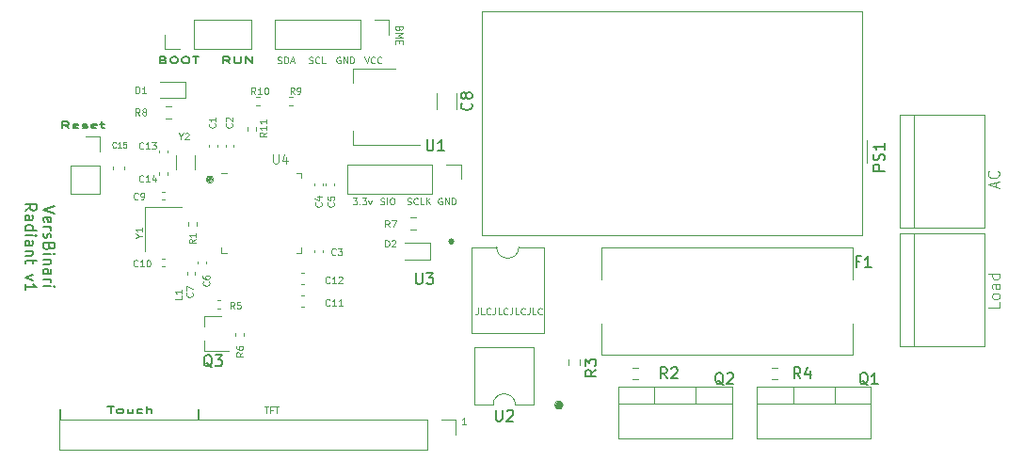
<source format=gbr>
%TF.GenerationSoftware,KiCad,Pcbnew,5.1.9*%
%TF.CreationDate,2021-04-07T12:29:47+02:00*%
%TF.ProjectId,lampa,6c616d70-612e-46b6-9963-61645f706362,rev?*%
%TF.SameCoordinates,Original*%
%TF.FileFunction,Legend,Top*%
%TF.FilePolarity,Positive*%
%FSLAX46Y46*%
G04 Gerber Fmt 4.6, Leading zero omitted, Abs format (unit mm)*
G04 Created by KiCad (PCBNEW 5.1.9) date 2021-04-07 12:29:47*
%MOMM*%
%LPD*%
G01*
G04 APERTURE LIST*
%ADD10C,0.100000*%
%ADD11C,0.150000*%
%ADD12C,0.120000*%
%ADD13C,0.125000*%
G04 APERTURE END LIST*
D10*
X146834571Y-90603428D02*
X146834571Y-91032000D01*
X146806000Y-91117714D01*
X146748857Y-91174857D01*
X146663142Y-91203428D01*
X146606000Y-91203428D01*
X147406000Y-91203428D02*
X147120285Y-91203428D01*
X147120285Y-90603428D01*
X147948857Y-91146285D02*
X147920285Y-91174857D01*
X147834571Y-91203428D01*
X147777428Y-91203428D01*
X147691714Y-91174857D01*
X147634571Y-91117714D01*
X147606000Y-91060571D01*
X147577428Y-90946285D01*
X147577428Y-90860571D01*
X147606000Y-90746285D01*
X147634571Y-90689142D01*
X147691714Y-90632000D01*
X147777428Y-90603428D01*
X147834571Y-90603428D01*
X147920285Y-90632000D01*
X147948857Y-90660571D01*
X148377428Y-90603428D02*
X148377428Y-91032000D01*
X148348857Y-91117714D01*
X148291714Y-91174857D01*
X148206000Y-91203428D01*
X148148857Y-91203428D01*
X148948857Y-91203428D02*
X148663142Y-91203428D01*
X148663142Y-90603428D01*
X149491714Y-91146285D02*
X149463142Y-91174857D01*
X149377428Y-91203428D01*
X149320285Y-91203428D01*
X149234571Y-91174857D01*
X149177428Y-91117714D01*
X149148857Y-91060571D01*
X149120285Y-90946285D01*
X149120285Y-90860571D01*
X149148857Y-90746285D01*
X149177428Y-90689142D01*
X149234571Y-90632000D01*
X149320285Y-90603428D01*
X149377428Y-90603428D01*
X149463142Y-90632000D01*
X149491714Y-90660571D01*
X149920285Y-90603428D02*
X149920285Y-91032000D01*
X149891714Y-91117714D01*
X149834571Y-91174857D01*
X149748857Y-91203428D01*
X149691714Y-91203428D01*
X150491714Y-91203428D02*
X150206000Y-91203428D01*
X150206000Y-90603428D01*
X151034571Y-91146285D02*
X151006000Y-91174857D01*
X150920285Y-91203428D01*
X150863142Y-91203428D01*
X150777428Y-91174857D01*
X150720285Y-91117714D01*
X150691714Y-91060571D01*
X150663142Y-90946285D01*
X150663142Y-90860571D01*
X150691714Y-90746285D01*
X150720285Y-90689142D01*
X150777428Y-90632000D01*
X150863142Y-90603428D01*
X150920285Y-90603428D01*
X151006000Y-90632000D01*
X151034571Y-90660571D01*
X151463142Y-90603428D02*
X151463142Y-91032000D01*
X151434571Y-91117714D01*
X151377428Y-91174857D01*
X151291714Y-91203428D01*
X151234571Y-91203428D01*
X152034571Y-91203428D02*
X151748857Y-91203428D01*
X151748857Y-90603428D01*
X152577428Y-91146285D02*
X152548857Y-91174857D01*
X152463142Y-91203428D01*
X152406000Y-91203428D01*
X152320285Y-91174857D01*
X152263142Y-91117714D01*
X152234571Y-91060571D01*
X152206000Y-90946285D01*
X152206000Y-90860571D01*
X152234571Y-90746285D01*
X152263142Y-90689142D01*
X152320285Y-90632000D01*
X152406000Y-90603428D01*
X152463142Y-90603428D01*
X152548857Y-90632000D01*
X152577428Y-90660571D01*
X139742857Y-65468571D02*
X139714285Y-65554285D01*
X139685714Y-65582857D01*
X139628571Y-65611428D01*
X139542857Y-65611428D01*
X139485714Y-65582857D01*
X139457142Y-65554285D01*
X139428571Y-65497142D01*
X139428571Y-65268571D01*
X140028571Y-65268571D01*
X140028571Y-65468571D01*
X140000000Y-65525714D01*
X139971428Y-65554285D01*
X139914285Y-65582857D01*
X139857142Y-65582857D01*
X139800000Y-65554285D01*
X139771428Y-65525714D01*
X139742857Y-65468571D01*
X139742857Y-65268571D01*
X139428571Y-65868571D02*
X140028571Y-65868571D01*
X139600000Y-66068571D01*
X140028571Y-66268571D01*
X139428571Y-66268571D01*
X139742857Y-66554285D02*
X139742857Y-66754285D01*
X139428571Y-66840000D02*
X139428571Y-66554285D01*
X140028571Y-66554285D01*
X140028571Y-66840000D01*
X136614000Y-67997428D02*
X136814000Y-68597428D01*
X137014000Y-67997428D01*
X137556857Y-68540285D02*
X137528285Y-68568857D01*
X137442571Y-68597428D01*
X137385428Y-68597428D01*
X137299714Y-68568857D01*
X137242571Y-68511714D01*
X137214000Y-68454571D01*
X137185428Y-68340285D01*
X137185428Y-68254571D01*
X137214000Y-68140285D01*
X137242571Y-68083142D01*
X137299714Y-68026000D01*
X137385428Y-67997428D01*
X137442571Y-67997428D01*
X137528285Y-68026000D01*
X137556857Y-68054571D01*
X138156857Y-68540285D02*
X138128285Y-68568857D01*
X138042571Y-68597428D01*
X137985428Y-68597428D01*
X137899714Y-68568857D01*
X137842571Y-68511714D01*
X137814000Y-68454571D01*
X137785428Y-68340285D01*
X137785428Y-68254571D01*
X137814000Y-68140285D01*
X137842571Y-68083142D01*
X137899714Y-68026000D01*
X137985428Y-67997428D01*
X138042571Y-67997428D01*
X138128285Y-68026000D01*
X138156857Y-68054571D01*
X134416857Y-68026000D02*
X134359714Y-67997428D01*
X134274000Y-67997428D01*
X134188285Y-68026000D01*
X134131142Y-68083142D01*
X134102571Y-68140285D01*
X134074000Y-68254571D01*
X134074000Y-68340285D01*
X134102571Y-68454571D01*
X134131142Y-68511714D01*
X134188285Y-68568857D01*
X134274000Y-68597428D01*
X134331142Y-68597428D01*
X134416857Y-68568857D01*
X134445428Y-68540285D01*
X134445428Y-68340285D01*
X134331142Y-68340285D01*
X134702571Y-68597428D02*
X134702571Y-67997428D01*
X135045428Y-68597428D01*
X135045428Y-67997428D01*
X135331142Y-68597428D02*
X135331142Y-67997428D01*
X135474000Y-67997428D01*
X135559714Y-68026000D01*
X135616857Y-68083142D01*
X135645428Y-68140285D01*
X135674000Y-68254571D01*
X135674000Y-68340285D01*
X135645428Y-68454571D01*
X135616857Y-68511714D01*
X135559714Y-68568857D01*
X135474000Y-68597428D01*
X135331142Y-68597428D01*
X131619714Y-68568857D02*
X131705428Y-68597428D01*
X131848285Y-68597428D01*
X131905428Y-68568857D01*
X131934000Y-68540285D01*
X131962571Y-68483142D01*
X131962571Y-68426000D01*
X131934000Y-68368857D01*
X131905428Y-68340285D01*
X131848285Y-68311714D01*
X131734000Y-68283142D01*
X131676857Y-68254571D01*
X131648285Y-68226000D01*
X131619714Y-68168857D01*
X131619714Y-68111714D01*
X131648285Y-68054571D01*
X131676857Y-68026000D01*
X131734000Y-67997428D01*
X131876857Y-67997428D01*
X131962571Y-68026000D01*
X132562571Y-68540285D02*
X132534000Y-68568857D01*
X132448285Y-68597428D01*
X132391142Y-68597428D01*
X132305428Y-68568857D01*
X132248285Y-68511714D01*
X132219714Y-68454571D01*
X132191142Y-68340285D01*
X132191142Y-68254571D01*
X132219714Y-68140285D01*
X132248285Y-68083142D01*
X132305428Y-68026000D01*
X132391142Y-67997428D01*
X132448285Y-67997428D01*
X132534000Y-68026000D01*
X132562571Y-68054571D01*
X133105428Y-68597428D02*
X132819714Y-68597428D01*
X132819714Y-67997428D01*
X128811428Y-68568857D02*
X128897142Y-68597428D01*
X129040000Y-68597428D01*
X129097142Y-68568857D01*
X129125714Y-68540285D01*
X129154285Y-68483142D01*
X129154285Y-68426000D01*
X129125714Y-68368857D01*
X129097142Y-68340285D01*
X129040000Y-68311714D01*
X128925714Y-68283142D01*
X128868571Y-68254571D01*
X128840000Y-68226000D01*
X128811428Y-68168857D01*
X128811428Y-68111714D01*
X128840000Y-68054571D01*
X128868571Y-68026000D01*
X128925714Y-67997428D01*
X129068571Y-67997428D01*
X129154285Y-68026000D01*
X129411428Y-68597428D02*
X129411428Y-67997428D01*
X129554285Y-67997428D01*
X129640000Y-68026000D01*
X129697142Y-68083142D01*
X129725714Y-68140285D01*
X129754285Y-68254571D01*
X129754285Y-68340285D01*
X129725714Y-68454571D01*
X129697142Y-68511714D01*
X129640000Y-68568857D01*
X129554285Y-68597428D01*
X129411428Y-68597428D01*
X129982857Y-68426000D02*
X130268571Y-68426000D01*
X129925714Y-68597428D02*
X130125714Y-67997428D01*
X130325714Y-68597428D01*
D11*
X110013904Y-74439428D02*
X109680571Y-74153714D01*
X109442476Y-74439428D02*
X109442476Y-73839428D01*
X109823428Y-73839428D01*
X109918666Y-73868000D01*
X109966285Y-73896571D01*
X110013904Y-73953714D01*
X110013904Y-74039428D01*
X109966285Y-74096571D01*
X109918666Y-74125142D01*
X109823428Y-74153714D01*
X109442476Y-74153714D01*
X110823428Y-74410857D02*
X110728190Y-74439428D01*
X110537714Y-74439428D01*
X110442476Y-74410857D01*
X110394857Y-74353714D01*
X110394857Y-74125142D01*
X110442476Y-74068000D01*
X110537714Y-74039428D01*
X110728190Y-74039428D01*
X110823428Y-74068000D01*
X110871047Y-74125142D01*
X110871047Y-74182285D01*
X110394857Y-74239428D01*
X111252000Y-74410857D02*
X111347238Y-74439428D01*
X111537714Y-74439428D01*
X111632952Y-74410857D01*
X111680571Y-74353714D01*
X111680571Y-74325142D01*
X111632952Y-74268000D01*
X111537714Y-74239428D01*
X111394857Y-74239428D01*
X111299619Y-74210857D01*
X111252000Y-74153714D01*
X111252000Y-74125142D01*
X111299619Y-74068000D01*
X111394857Y-74039428D01*
X111537714Y-74039428D01*
X111632952Y-74068000D01*
X112490095Y-74410857D02*
X112394857Y-74439428D01*
X112204380Y-74439428D01*
X112109142Y-74410857D01*
X112061523Y-74353714D01*
X112061523Y-74125142D01*
X112109142Y-74068000D01*
X112204380Y-74039428D01*
X112394857Y-74039428D01*
X112490095Y-74068000D01*
X112537714Y-74125142D01*
X112537714Y-74182285D01*
X112061523Y-74239428D01*
X112823428Y-74039428D02*
X113204380Y-74039428D01*
X112966285Y-73839428D02*
X112966285Y-74353714D01*
X113013904Y-74410857D01*
X113109142Y-74439428D01*
X113204380Y-74439428D01*
X118530857Y-68283142D02*
X118673714Y-68311714D01*
X118721333Y-68340285D01*
X118768952Y-68397428D01*
X118768952Y-68483142D01*
X118721333Y-68540285D01*
X118673714Y-68568857D01*
X118578476Y-68597428D01*
X118197523Y-68597428D01*
X118197523Y-67997428D01*
X118530857Y-67997428D01*
X118626095Y-68026000D01*
X118673714Y-68054571D01*
X118721333Y-68111714D01*
X118721333Y-68168857D01*
X118673714Y-68226000D01*
X118626095Y-68254571D01*
X118530857Y-68283142D01*
X118197523Y-68283142D01*
X119388000Y-67997428D02*
X119578476Y-67997428D01*
X119673714Y-68026000D01*
X119768952Y-68083142D01*
X119816571Y-68197428D01*
X119816571Y-68397428D01*
X119768952Y-68511714D01*
X119673714Y-68568857D01*
X119578476Y-68597428D01*
X119388000Y-68597428D01*
X119292761Y-68568857D01*
X119197523Y-68511714D01*
X119149904Y-68397428D01*
X119149904Y-68197428D01*
X119197523Y-68083142D01*
X119292761Y-68026000D01*
X119388000Y-67997428D01*
X120435619Y-67997428D02*
X120626095Y-67997428D01*
X120721333Y-68026000D01*
X120816571Y-68083142D01*
X120864190Y-68197428D01*
X120864190Y-68397428D01*
X120816571Y-68511714D01*
X120721333Y-68568857D01*
X120626095Y-68597428D01*
X120435619Y-68597428D01*
X120340380Y-68568857D01*
X120245142Y-68511714D01*
X120197523Y-68397428D01*
X120197523Y-68197428D01*
X120245142Y-68083142D01*
X120340380Y-68026000D01*
X120435619Y-67997428D01*
X121149904Y-67997428D02*
X121721333Y-67997428D01*
X121435619Y-68597428D02*
X121435619Y-67997428D01*
X124483904Y-68597428D02*
X124150571Y-68311714D01*
X123912476Y-68597428D02*
X123912476Y-67997428D01*
X124293428Y-67997428D01*
X124388666Y-68026000D01*
X124436285Y-68054571D01*
X124483904Y-68111714D01*
X124483904Y-68197428D01*
X124436285Y-68254571D01*
X124388666Y-68283142D01*
X124293428Y-68311714D01*
X123912476Y-68311714D01*
X124912476Y-67997428D02*
X124912476Y-68483142D01*
X124960095Y-68540285D01*
X125007714Y-68568857D01*
X125102952Y-68597428D01*
X125293428Y-68597428D01*
X125388666Y-68568857D01*
X125436285Y-68540285D01*
X125483904Y-68483142D01*
X125483904Y-67997428D01*
X125960095Y-68597428D02*
X125960095Y-67997428D01*
X126531523Y-68597428D01*
X126531523Y-67997428D01*
X113498571Y-99493428D02*
X114070000Y-99493428D01*
X113784285Y-100093428D02*
X113784285Y-99493428D01*
X114546190Y-100093428D02*
X114450952Y-100064857D01*
X114403333Y-100036285D01*
X114355714Y-99979142D01*
X114355714Y-99807714D01*
X114403333Y-99750571D01*
X114450952Y-99722000D01*
X114546190Y-99693428D01*
X114689047Y-99693428D01*
X114784285Y-99722000D01*
X114831904Y-99750571D01*
X114879523Y-99807714D01*
X114879523Y-99979142D01*
X114831904Y-100036285D01*
X114784285Y-100064857D01*
X114689047Y-100093428D01*
X114546190Y-100093428D01*
X115736666Y-99693428D02*
X115736666Y-100093428D01*
X115308095Y-99693428D02*
X115308095Y-100007714D01*
X115355714Y-100064857D01*
X115450952Y-100093428D01*
X115593809Y-100093428D01*
X115689047Y-100064857D01*
X115736666Y-100036285D01*
X116641428Y-100064857D02*
X116546190Y-100093428D01*
X116355714Y-100093428D01*
X116260476Y-100064857D01*
X116212857Y-100036285D01*
X116165238Y-99979142D01*
X116165238Y-99807714D01*
X116212857Y-99750571D01*
X116260476Y-99722000D01*
X116355714Y-99693428D01*
X116546190Y-99693428D01*
X116641428Y-99722000D01*
X117070000Y-100093428D02*
X117070000Y-99493428D01*
X117498571Y-100093428D02*
X117498571Y-99779142D01*
X117450952Y-99722000D01*
X117355714Y-99693428D01*
X117212857Y-99693428D01*
X117117619Y-99722000D01*
X117070000Y-99750571D01*
X121666000Y-100564428D02*
X121666000Y-99707285D01*
X109220000Y-100564428D02*
X109220000Y-99707285D01*
D10*
X145713428Y-101109428D02*
X145370571Y-101109428D01*
X145542000Y-101109428D02*
X145542000Y-100509428D01*
X145484857Y-100595142D01*
X145427714Y-100652285D01*
X145370571Y-100680857D01*
X127612857Y-99493428D02*
X127955714Y-99493428D01*
X127784285Y-100093428D02*
X127784285Y-99493428D01*
X128355714Y-99779142D02*
X128155714Y-99779142D01*
X128155714Y-100093428D02*
X128155714Y-99493428D01*
X128441428Y-99493428D01*
X128584285Y-99493428D02*
X128927142Y-99493428D01*
X128755714Y-100093428D02*
X128755714Y-99493428D01*
X143560857Y-80726000D02*
X143503714Y-80697428D01*
X143418000Y-80697428D01*
X143332285Y-80726000D01*
X143275142Y-80783142D01*
X143246571Y-80840285D01*
X143218000Y-80954571D01*
X143218000Y-81040285D01*
X143246571Y-81154571D01*
X143275142Y-81211714D01*
X143332285Y-81268857D01*
X143418000Y-81297428D01*
X143475142Y-81297428D01*
X143560857Y-81268857D01*
X143589428Y-81240285D01*
X143589428Y-81040285D01*
X143475142Y-81040285D01*
X143846571Y-81297428D02*
X143846571Y-80697428D01*
X144189428Y-81297428D01*
X144189428Y-80697428D01*
X144475142Y-81297428D02*
X144475142Y-80697428D01*
X144618000Y-80697428D01*
X144703714Y-80726000D01*
X144760857Y-80783142D01*
X144789428Y-80840285D01*
X144818000Y-80954571D01*
X144818000Y-81040285D01*
X144789428Y-81154571D01*
X144760857Y-81211714D01*
X144703714Y-81268857D01*
X144618000Y-81297428D01*
X144475142Y-81297428D01*
X140463714Y-81268857D02*
X140549428Y-81297428D01*
X140692285Y-81297428D01*
X140749428Y-81268857D01*
X140778000Y-81240285D01*
X140806571Y-81183142D01*
X140806571Y-81126000D01*
X140778000Y-81068857D01*
X140749428Y-81040285D01*
X140692285Y-81011714D01*
X140578000Y-80983142D01*
X140520857Y-80954571D01*
X140492285Y-80926000D01*
X140463714Y-80868857D01*
X140463714Y-80811714D01*
X140492285Y-80754571D01*
X140520857Y-80726000D01*
X140578000Y-80697428D01*
X140720857Y-80697428D01*
X140806571Y-80726000D01*
X141406571Y-81240285D02*
X141378000Y-81268857D01*
X141292285Y-81297428D01*
X141235142Y-81297428D01*
X141149428Y-81268857D01*
X141092285Y-81211714D01*
X141063714Y-81154571D01*
X141035142Y-81040285D01*
X141035142Y-80954571D01*
X141063714Y-80840285D01*
X141092285Y-80783142D01*
X141149428Y-80726000D01*
X141235142Y-80697428D01*
X141292285Y-80697428D01*
X141378000Y-80726000D01*
X141406571Y-80754571D01*
X141949428Y-81297428D02*
X141663714Y-81297428D01*
X141663714Y-80697428D01*
X142149428Y-81297428D02*
X142149428Y-80697428D01*
X142492285Y-81297428D02*
X142235142Y-80954571D01*
X142492285Y-80697428D02*
X142149428Y-81040285D01*
X138055428Y-81268857D02*
X138141142Y-81297428D01*
X138284000Y-81297428D01*
X138341142Y-81268857D01*
X138369714Y-81240285D01*
X138398285Y-81183142D01*
X138398285Y-81126000D01*
X138369714Y-81068857D01*
X138341142Y-81040285D01*
X138284000Y-81011714D01*
X138169714Y-80983142D01*
X138112571Y-80954571D01*
X138084000Y-80926000D01*
X138055428Y-80868857D01*
X138055428Y-80811714D01*
X138084000Y-80754571D01*
X138112571Y-80726000D01*
X138169714Y-80697428D01*
X138312571Y-80697428D01*
X138398285Y-80726000D01*
X138655428Y-81297428D02*
X138655428Y-80697428D01*
X139055428Y-80697428D02*
X139169714Y-80697428D01*
X139226857Y-80726000D01*
X139284000Y-80783142D01*
X139312571Y-80897428D01*
X139312571Y-81097428D01*
X139284000Y-81211714D01*
X139226857Y-81268857D01*
X139169714Y-81297428D01*
X139055428Y-81297428D01*
X138998285Y-81268857D01*
X138941142Y-81211714D01*
X138912571Y-81097428D01*
X138912571Y-80897428D01*
X138941142Y-80783142D01*
X138998285Y-80726000D01*
X139055428Y-80697428D01*
X135540857Y-80697428D02*
X135912285Y-80697428D01*
X135712285Y-80926000D01*
X135798000Y-80926000D01*
X135855142Y-80954571D01*
X135883714Y-80983142D01*
X135912285Y-81040285D01*
X135912285Y-81183142D01*
X135883714Y-81240285D01*
X135855142Y-81268857D01*
X135798000Y-81297428D01*
X135626571Y-81297428D01*
X135569428Y-81268857D01*
X135540857Y-81240285D01*
X136169428Y-81240285D02*
X136198000Y-81268857D01*
X136169428Y-81297428D01*
X136140857Y-81268857D01*
X136169428Y-81240285D01*
X136169428Y-81297428D01*
X136398000Y-80697428D02*
X136769428Y-80697428D01*
X136569428Y-80926000D01*
X136655142Y-80926000D01*
X136712285Y-80954571D01*
X136740857Y-80983142D01*
X136769428Y-81040285D01*
X136769428Y-81183142D01*
X136740857Y-81240285D01*
X136712285Y-81268857D01*
X136655142Y-81297428D01*
X136483714Y-81297428D01*
X136426571Y-81268857D01*
X136398000Y-81240285D01*
X136969428Y-80897428D02*
X137112285Y-81297428D01*
X137255142Y-80897428D01*
D12*
X144658927Y-84625000D02*
G75*
G03*
X144658927Y-84625000I-233927J0D01*
G01*
X144534772Y-84625000D02*
G75*
G03*
X144534772Y-84625000I-109772J0D01*
G01*
X144570774Y-84625000D02*
G75*
G03*
X144570774Y-84625000I-145774J0D01*
G01*
D10*
X193416666Y-79763095D02*
X193416666Y-79286904D01*
X193702380Y-79858333D02*
X192702380Y-79525000D01*
X193702380Y-79191666D01*
X193607142Y-78286904D02*
X193654761Y-78334523D01*
X193702380Y-78477380D01*
X193702380Y-78572619D01*
X193654761Y-78715476D01*
X193559523Y-78810714D01*
X193464285Y-78858333D01*
X193273809Y-78905952D01*
X193130952Y-78905952D01*
X192940476Y-78858333D01*
X192845238Y-78810714D01*
X192750000Y-78715476D01*
X192702380Y-78572619D01*
X192702380Y-78477380D01*
X192750000Y-78334523D01*
X192797619Y-78286904D01*
X193752380Y-90097619D02*
X193752380Y-90573809D01*
X192752380Y-90573809D01*
X193752380Y-89621428D02*
X193704761Y-89716666D01*
X193657142Y-89764285D01*
X193561904Y-89811904D01*
X193276190Y-89811904D01*
X193180952Y-89764285D01*
X193133333Y-89716666D01*
X193085714Y-89621428D01*
X193085714Y-89478571D01*
X193133333Y-89383333D01*
X193180952Y-89335714D01*
X193276190Y-89288095D01*
X193561904Y-89288095D01*
X193657142Y-89335714D01*
X193704761Y-89383333D01*
X193752380Y-89478571D01*
X193752380Y-89621428D01*
X193752380Y-88430952D02*
X193228571Y-88430952D01*
X193133333Y-88478571D01*
X193085714Y-88573809D01*
X193085714Y-88764285D01*
X193133333Y-88859523D01*
X193704761Y-88430952D02*
X193752380Y-88526190D01*
X193752380Y-88764285D01*
X193704761Y-88859523D01*
X193609523Y-88907142D01*
X193514285Y-88907142D01*
X193419047Y-88859523D01*
X193371428Y-88764285D01*
X193371428Y-88526190D01*
X193323809Y-88430952D01*
X193752380Y-87526190D02*
X192752380Y-87526190D01*
X193704761Y-87526190D02*
X193752380Y-87621428D01*
X193752380Y-87811904D01*
X193704761Y-87907142D01*
X193657142Y-87954761D01*
X193561904Y-88002380D01*
X193276190Y-88002380D01*
X193180952Y-87954761D01*
X193133333Y-87907142D01*
X193085714Y-87811904D01*
X193085714Y-87621428D01*
X193133333Y-87526190D01*
D12*
X154225000Y-99400000D02*
G75*
G03*
X154225000Y-99400000I-100000J0D01*
G01*
X154155902Y-99475000D02*
G75*
G03*
X154155902Y-99475000I-55902J0D01*
G01*
X154353014Y-99325000D02*
G75*
G03*
X154353014Y-99325000I-253014J0D01*
G01*
X154336008Y-99400000D02*
G75*
G03*
X154336008Y-99400000I-261008J0D01*
G01*
X154301777Y-99400000D02*
G75*
G03*
X154301777Y-99400000I-176777J0D01*
G01*
X154451134Y-99375000D02*
G75*
G03*
X154451134Y-99375000I-276134J0D01*
G01*
X154323607Y-99400000D02*
G75*
G03*
X154323607Y-99400000I-223607J0D01*
G01*
X154475832Y-99350000D02*
G75*
G03*
X154475832Y-99350000I-375832J0D01*
G01*
X123025960Y-79050000D02*
G75*
G03*
X123025960Y-79050000I-325960J0D01*
G01*
X122925000Y-79050000D02*
G75*
G03*
X122925000Y-79050000I-225000J0D01*
G01*
X122827069Y-79050000D02*
G75*
G03*
X122827069Y-79050000I-152069J0D01*
G01*
X122750000Y-79050000D02*
G75*
G03*
X122750000Y-79050000I-75000J0D01*
G01*
X144638600Y-84625000D02*
G75*
G03*
X144638600Y-84625000I-213600J0D01*
G01*
D11*
X108747619Y-81458333D02*
X107747619Y-81791666D01*
X108747619Y-82125000D01*
X107795238Y-82839285D02*
X107747619Y-82744047D01*
X107747619Y-82553571D01*
X107795238Y-82458333D01*
X107890476Y-82410714D01*
X108271428Y-82410714D01*
X108366666Y-82458333D01*
X108414285Y-82553571D01*
X108414285Y-82744047D01*
X108366666Y-82839285D01*
X108271428Y-82886904D01*
X108176190Y-82886904D01*
X108080952Y-82410714D01*
X107747619Y-83315476D02*
X108414285Y-83315476D01*
X108223809Y-83315476D02*
X108319047Y-83363095D01*
X108366666Y-83410714D01*
X108414285Y-83505952D01*
X108414285Y-83601190D01*
X107795238Y-83886904D02*
X107747619Y-83982142D01*
X107747619Y-84172619D01*
X107795238Y-84267857D01*
X107890476Y-84315476D01*
X107938095Y-84315476D01*
X108033333Y-84267857D01*
X108080952Y-84172619D01*
X108080952Y-84029761D01*
X108128571Y-83934523D01*
X108223809Y-83886904D01*
X108271428Y-83886904D01*
X108366666Y-83934523D01*
X108414285Y-84029761D01*
X108414285Y-84172619D01*
X108366666Y-84267857D01*
X108271428Y-85077380D02*
X108223809Y-85220238D01*
X108176190Y-85267857D01*
X108080952Y-85315476D01*
X107938095Y-85315476D01*
X107842857Y-85267857D01*
X107795238Y-85220238D01*
X107747619Y-85125000D01*
X107747619Y-84744047D01*
X108747619Y-84744047D01*
X108747619Y-85077380D01*
X108700000Y-85172619D01*
X108652380Y-85220238D01*
X108557142Y-85267857D01*
X108461904Y-85267857D01*
X108366666Y-85220238D01*
X108319047Y-85172619D01*
X108271428Y-85077380D01*
X108271428Y-84744047D01*
X107747619Y-85744047D02*
X108414285Y-85744047D01*
X108747619Y-85744047D02*
X108700000Y-85696428D01*
X108652380Y-85744047D01*
X108700000Y-85791666D01*
X108747619Y-85744047D01*
X108652380Y-85744047D01*
X108414285Y-86220238D02*
X107747619Y-86220238D01*
X108319047Y-86220238D02*
X108366666Y-86267857D01*
X108414285Y-86363095D01*
X108414285Y-86505952D01*
X108366666Y-86601190D01*
X108271428Y-86648809D01*
X107747619Y-86648809D01*
X107747619Y-87553571D02*
X108271428Y-87553571D01*
X108366666Y-87505952D01*
X108414285Y-87410714D01*
X108414285Y-87220238D01*
X108366666Y-87125000D01*
X107795238Y-87553571D02*
X107747619Y-87458333D01*
X107747619Y-87220238D01*
X107795238Y-87125000D01*
X107890476Y-87077380D01*
X107985714Y-87077380D01*
X108080952Y-87125000D01*
X108128571Y-87220238D01*
X108128571Y-87458333D01*
X108176190Y-87553571D01*
X107747619Y-88029761D02*
X108414285Y-88029761D01*
X108223809Y-88029761D02*
X108319047Y-88077380D01*
X108366666Y-88125000D01*
X108414285Y-88220238D01*
X108414285Y-88315476D01*
X107747619Y-88648809D02*
X108414285Y-88648809D01*
X108747619Y-88648809D02*
X108700000Y-88601190D01*
X108652380Y-88648809D01*
X108700000Y-88696428D01*
X108747619Y-88648809D01*
X108652380Y-88648809D01*
X106097619Y-81863095D02*
X106573809Y-81529761D01*
X106097619Y-81291666D02*
X107097619Y-81291666D01*
X107097619Y-81672619D01*
X107050000Y-81767857D01*
X107002380Y-81815476D01*
X106907142Y-81863095D01*
X106764285Y-81863095D01*
X106669047Y-81815476D01*
X106621428Y-81767857D01*
X106573809Y-81672619D01*
X106573809Y-81291666D01*
X106097619Y-82720238D02*
X106621428Y-82720238D01*
X106716666Y-82672619D01*
X106764285Y-82577380D01*
X106764285Y-82386904D01*
X106716666Y-82291666D01*
X106145238Y-82720238D02*
X106097619Y-82625000D01*
X106097619Y-82386904D01*
X106145238Y-82291666D01*
X106240476Y-82244047D01*
X106335714Y-82244047D01*
X106430952Y-82291666D01*
X106478571Y-82386904D01*
X106478571Y-82625000D01*
X106526190Y-82720238D01*
X106097619Y-83625000D02*
X107097619Y-83625000D01*
X106145238Y-83625000D02*
X106097619Y-83529761D01*
X106097619Y-83339285D01*
X106145238Y-83244047D01*
X106192857Y-83196428D01*
X106288095Y-83148809D01*
X106573809Y-83148809D01*
X106669047Y-83196428D01*
X106716666Y-83244047D01*
X106764285Y-83339285D01*
X106764285Y-83529761D01*
X106716666Y-83625000D01*
X106097619Y-84101190D02*
X106764285Y-84101190D01*
X107097619Y-84101190D02*
X107050000Y-84053571D01*
X107002380Y-84101190D01*
X107050000Y-84148809D01*
X107097619Y-84101190D01*
X107002380Y-84101190D01*
X106097619Y-85005952D02*
X106621428Y-85005952D01*
X106716666Y-84958333D01*
X106764285Y-84863095D01*
X106764285Y-84672619D01*
X106716666Y-84577380D01*
X106145238Y-85005952D02*
X106097619Y-84910714D01*
X106097619Y-84672619D01*
X106145238Y-84577380D01*
X106240476Y-84529761D01*
X106335714Y-84529761D01*
X106430952Y-84577380D01*
X106478571Y-84672619D01*
X106478571Y-84910714D01*
X106526190Y-85005952D01*
X106764285Y-85482142D02*
X106097619Y-85482142D01*
X106669047Y-85482142D02*
X106716666Y-85529761D01*
X106764285Y-85625000D01*
X106764285Y-85767857D01*
X106716666Y-85863095D01*
X106621428Y-85910714D01*
X106097619Y-85910714D01*
X106764285Y-86244047D02*
X106764285Y-86625000D01*
X107097619Y-86386904D02*
X106240476Y-86386904D01*
X106145238Y-86434523D01*
X106097619Y-86529761D01*
X106097619Y-86625000D01*
X106764285Y-87625000D02*
X106097619Y-87863095D01*
X106764285Y-88101190D01*
X106097619Y-89005952D02*
X106097619Y-88434523D01*
X106097619Y-88720238D02*
X107097619Y-88720238D01*
X106954761Y-88625000D01*
X106859523Y-88529761D01*
X106811904Y-88434523D01*
D12*
%TO.C,R5*%
X123653641Y-90680000D02*
X123346359Y-90680000D01*
X123653641Y-89920000D02*
X123346359Y-89920000D01*
%TO.C,Q3*%
X122240000Y-91320000D02*
X122240000Y-92250000D01*
X122240000Y-94480000D02*
X122240000Y-93550000D01*
X122240000Y-94480000D02*
X124400000Y-94480000D01*
X122240000Y-91320000D02*
X123700000Y-91320000D01*
%TO.C,R6*%
X125780000Y-92846359D02*
X125780000Y-93153641D01*
X125020000Y-92846359D02*
X125020000Y-93153641D01*
%TO.C,R10*%
X126846359Y-72380000D02*
X127153641Y-72380000D01*
X126846359Y-71620000D02*
X127153641Y-71620000D01*
%TO.C,R9*%
X130153641Y-71620000D02*
X129846359Y-71620000D01*
X130153641Y-72380000D02*
X129846359Y-72380000D01*
%TO.C,PS1*%
X181400000Y-84100000D02*
X181400000Y-63900000D01*
X181400000Y-63900000D02*
X147200000Y-63900000D01*
X147200000Y-63900000D02*
X147200000Y-84100000D01*
X147200000Y-84100000D02*
X181400000Y-84100000D01*
X181790000Y-77500000D02*
X181790000Y-75490000D01*
%TO.C,J5*%
X128550000Y-64670000D02*
X128550000Y-67330000D01*
X136230000Y-64670000D02*
X128550000Y-64670000D01*
X136230000Y-67330000D02*
X128550000Y-67330000D01*
X136230000Y-64670000D02*
X136230000Y-67330000D01*
X137500000Y-64670000D02*
X138830000Y-64670000D01*
X138830000Y-64670000D02*
X138830000Y-66000000D01*
%TO.C,C1*%
X122640000Y-76107836D02*
X122640000Y-75892164D01*
X123360000Y-76107836D02*
X123360000Y-75892164D01*
%TO.C,U3*%
X148500000Y-85130000D02*
X146265000Y-85130000D01*
X146265000Y-85130000D02*
X146265000Y-92870000D01*
X146265000Y-92870000D02*
X152735000Y-92870000D01*
X152735000Y-92870000D02*
X152735000Y-85130000D01*
X152735000Y-85130000D02*
X150500000Y-85130000D01*
X150500000Y-85130000D02*
G75*
G02*
X148500000Y-85130000I-1000000J0D01*
G01*
%TO.C,Y2*%
X121375000Y-78175000D02*
X121375000Y-76825000D01*
X119625000Y-78175000D02*
X119625000Y-76825000D01*
%TO.C,Y1*%
X120150000Y-81500000D02*
X116850000Y-81500000D01*
X116850000Y-81500000D02*
X116850000Y-85500000D01*
%TO.C,U4*%
X130465000Y-78450000D02*
X130940000Y-78450000D01*
X130940000Y-78450000D02*
X130940000Y-78925000D01*
X124195000Y-85670000D02*
X123720000Y-85670000D01*
X123720000Y-85670000D02*
X123720000Y-85195000D01*
X130465000Y-85670000D02*
X130940000Y-85670000D01*
X130940000Y-85670000D02*
X130940000Y-85195000D01*
X124195000Y-78450000D02*
X123720000Y-78450000D01*
%TO.C,U2*%
X150190000Y-99330000D02*
X151840000Y-99330000D01*
X151840000Y-99330000D02*
X151840000Y-94130000D01*
X151840000Y-94130000D02*
X146540000Y-94130000D01*
X146540000Y-94130000D02*
X146540000Y-99330000D01*
X146540000Y-99330000D02*
X148190000Y-99330000D01*
X148190000Y-99330000D02*
G75*
G02*
X150190000Y-99330000I1000000J0D01*
G01*
%TO.C,U1*%
X135590000Y-69090000D02*
X135590000Y-70350000D01*
X135590000Y-75910000D02*
X135590000Y-74650000D01*
X139350000Y-69090000D02*
X135590000Y-69090000D01*
X141600000Y-75910000D02*
X135590000Y-75910000D01*
%TO.C,SW2*%
X126410000Y-67330000D02*
X126410000Y-64670000D01*
X121270000Y-67330000D02*
X126410000Y-67330000D01*
X121270000Y-64670000D02*
X126410000Y-64670000D01*
X121270000Y-67330000D02*
X121270000Y-64670000D01*
X120000000Y-67330000D02*
X118670000Y-67330000D01*
X118670000Y-67330000D02*
X118670000Y-66000000D01*
%TO.C,SW1*%
X110170000Y-77770000D02*
X112830000Y-77770000D01*
X110170000Y-77770000D02*
X110170000Y-80370000D01*
X110170000Y-80370000D02*
X112830000Y-80370000D01*
X112830000Y-77770000D02*
X112830000Y-80370000D01*
X112830000Y-75170000D02*
X112830000Y-76500000D01*
X111500000Y-75170000D02*
X112830000Y-75170000D01*
%TO.C,R11*%
X126880000Y-74346359D02*
X126880000Y-74653641D01*
X126120000Y-74346359D02*
X126120000Y-74653641D01*
%TO.C,R7*%
X140762742Y-82477500D02*
X141237258Y-82477500D01*
X140762742Y-83522500D02*
X141237258Y-83522500D01*
%TO.C,R8*%
X118762742Y-72477500D02*
X119237258Y-72477500D01*
X118762742Y-73522500D02*
X119237258Y-73522500D01*
%TO.C,R4*%
X173262742Y-95977500D02*
X173737258Y-95977500D01*
X173262742Y-97022500D02*
X173737258Y-97022500D01*
%TO.C,R3*%
X156022500Y-95262742D02*
X156022500Y-95737258D01*
X154977500Y-95262742D02*
X154977500Y-95737258D01*
%TO.C,R2*%
X161237258Y-97022500D02*
X160762742Y-97022500D01*
X161237258Y-95977500D02*
X160762742Y-95977500D01*
%TO.C,R1*%
X121530000Y-82871359D02*
X121530000Y-83178641D01*
X120770000Y-82871359D02*
X120770000Y-83178641D01*
%TO.C,Q2*%
X159420000Y-97730000D02*
X169660000Y-97730000D01*
X159420000Y-102371000D02*
X169660000Y-102371000D01*
X159420000Y-97730000D02*
X159420000Y-102371000D01*
X169660000Y-97730000D02*
X169660000Y-102371000D01*
X159420000Y-99240000D02*
X169660000Y-99240000D01*
X162690000Y-97730000D02*
X162690000Y-99240000D01*
X166391000Y-97730000D02*
X166391000Y-99240000D01*
%TO.C,Q1*%
X171920000Y-97730000D02*
X182160000Y-97730000D01*
X171920000Y-102371000D02*
X182160000Y-102371000D01*
X171920000Y-97730000D02*
X171920000Y-102371000D01*
X182160000Y-97730000D02*
X182160000Y-102371000D01*
X171920000Y-99240000D02*
X182160000Y-99240000D01*
X175190000Y-97730000D02*
X175190000Y-99240000D01*
X178891000Y-97730000D02*
X178891000Y-99240000D01*
%TO.C,J4*%
X135050000Y-77670000D02*
X135050000Y-80330000D01*
X142730000Y-77670000D02*
X135050000Y-77670000D01*
X142730000Y-80330000D02*
X135050000Y-80330000D01*
X142730000Y-77670000D02*
X142730000Y-80330000D01*
X144000000Y-77670000D02*
X145330000Y-77670000D01*
X145330000Y-77670000D02*
X145330000Y-79000000D01*
%TO.C,J3*%
X109150000Y-100670000D02*
X109150000Y-103330000D01*
X142230000Y-100670000D02*
X109150000Y-100670000D01*
X142230000Y-103330000D02*
X109150000Y-103330000D01*
X142230000Y-100670000D02*
X142230000Y-103330000D01*
X143500000Y-100670000D02*
X144830000Y-100670000D01*
X144830000Y-100670000D02*
X144830000Y-102000000D01*
%TO.C,J2*%
X186080000Y-94020000D02*
X186080000Y-83860000D01*
X184810000Y-94020000D02*
X192430000Y-94020000D01*
X192430000Y-94020000D02*
X192430000Y-83860000D01*
X192430000Y-83860000D02*
X184810000Y-83860000D01*
X184810000Y-83860000D02*
X184810000Y-94020000D01*
%TO.C,J1*%
X186080000Y-83352000D02*
X186080000Y-73192000D01*
X184810000Y-83352000D02*
X192430000Y-83352000D01*
X192430000Y-83352000D02*
X192430000Y-73192000D01*
X192430000Y-73192000D02*
X184810000Y-73192000D01*
X184810000Y-73192000D02*
X184810000Y-83352000D01*
%TO.C,F1*%
X157900000Y-85200000D02*
X157900000Y-88000000D01*
X157900000Y-92000000D02*
X157900000Y-94800000D01*
X180500000Y-92000000D02*
X180500000Y-94800000D01*
X180500000Y-94800000D02*
X157900000Y-94800000D01*
X180500000Y-85200000D02*
X157900000Y-85200000D01*
X180500000Y-85200000D02*
X180500000Y-88000000D01*
%TO.C,D2*%
X140200000Y-86235000D02*
X142485000Y-86235000D01*
X142485000Y-86235000D02*
X142485000Y-84765000D01*
X142485000Y-84765000D02*
X140200000Y-84765000D01*
%TO.C,D1*%
X118200000Y-71735000D02*
X120485000Y-71735000D01*
X120485000Y-71735000D02*
X120485000Y-70265000D01*
X120485000Y-70265000D02*
X118200000Y-70265000D01*
%TO.C,C15*%
X113990000Y-78140580D02*
X113990000Y-77859420D01*
X115010000Y-78140580D02*
X115010000Y-77859420D01*
%TO.C,C14*%
X118140000Y-78607836D02*
X118140000Y-78392164D01*
X118860000Y-78607836D02*
X118860000Y-78392164D01*
%TO.C,C13*%
X118860000Y-76412164D02*
X118860000Y-76627836D01*
X118140000Y-76412164D02*
X118140000Y-76627836D01*
%TO.C,C12*%
X130891420Y-87454000D02*
X131172580Y-87454000D01*
X130891420Y-88474000D02*
X131172580Y-88474000D01*
%TO.C,C11*%
X130891420Y-89486000D02*
X131172580Y-89486000D01*
X130891420Y-90506000D02*
X131172580Y-90506000D01*
%TO.C,C10*%
X118607836Y-86860000D02*
X118392164Y-86860000D01*
X118607836Y-86140000D02*
X118392164Y-86140000D01*
%TO.C,C9*%
X118607836Y-80860000D02*
X118392164Y-80860000D01*
X118607836Y-80140000D02*
X118392164Y-80140000D01*
%TO.C,C8*%
X144910000Y-71288748D02*
X144910000Y-72711252D01*
X143090000Y-71288748D02*
X143090000Y-72711252D01*
%TO.C,C7*%
X121360000Y-87392164D02*
X121360000Y-87607836D01*
X120640000Y-87392164D02*
X120640000Y-87607836D01*
%TO.C,C6*%
X122360000Y-86392164D02*
X122360000Y-86607836D01*
X121640000Y-86392164D02*
X121640000Y-86607836D01*
%TO.C,C5*%
X133860000Y-79392164D02*
X133860000Y-79607836D01*
X133140000Y-79392164D02*
X133140000Y-79607836D01*
%TO.C,C4*%
X132860000Y-79392164D02*
X132860000Y-79607836D01*
X132140000Y-79392164D02*
X132140000Y-79607836D01*
%TO.C,C3*%
X132860000Y-85392164D02*
X132860000Y-85607836D01*
X132140000Y-85392164D02*
X132140000Y-85607836D01*
%TO.C,C2*%
X124140000Y-76107836D02*
X124140000Y-75892164D01*
X124860000Y-76107836D02*
X124860000Y-75892164D01*
%TO.C,R5*%
D10*
X124900000Y-90671428D02*
X124700000Y-90385714D01*
X124557142Y-90671428D02*
X124557142Y-90071428D01*
X124785714Y-90071428D01*
X124842857Y-90100000D01*
X124871428Y-90128571D01*
X124900000Y-90185714D01*
X124900000Y-90271428D01*
X124871428Y-90328571D01*
X124842857Y-90357142D01*
X124785714Y-90385714D01*
X124557142Y-90385714D01*
X125442857Y-90071428D02*
X125157142Y-90071428D01*
X125128571Y-90357142D01*
X125157142Y-90328571D01*
X125214285Y-90300000D01*
X125357142Y-90300000D01*
X125414285Y-90328571D01*
X125442857Y-90357142D01*
X125471428Y-90414285D01*
X125471428Y-90557142D01*
X125442857Y-90614285D01*
X125414285Y-90642857D01*
X125357142Y-90671428D01*
X125214285Y-90671428D01*
X125157142Y-90642857D01*
X125128571Y-90614285D01*
%TO.C,Q3*%
D11*
X122904761Y-95947619D02*
X122809523Y-95900000D01*
X122714285Y-95804761D01*
X122571428Y-95661904D01*
X122476190Y-95614285D01*
X122380952Y-95614285D01*
X122428571Y-95852380D02*
X122333333Y-95804761D01*
X122238095Y-95709523D01*
X122190476Y-95519047D01*
X122190476Y-95185714D01*
X122238095Y-94995238D01*
X122333333Y-94900000D01*
X122428571Y-94852380D01*
X122619047Y-94852380D01*
X122714285Y-94900000D01*
X122809523Y-94995238D01*
X122857142Y-95185714D01*
X122857142Y-95519047D01*
X122809523Y-95709523D01*
X122714285Y-95804761D01*
X122619047Y-95852380D01*
X122428571Y-95852380D01*
X123190476Y-94852380D02*
X123809523Y-94852380D01*
X123476190Y-95233333D01*
X123619047Y-95233333D01*
X123714285Y-95280952D01*
X123761904Y-95328571D01*
X123809523Y-95423809D01*
X123809523Y-95661904D01*
X123761904Y-95757142D01*
X123714285Y-95804761D01*
X123619047Y-95852380D01*
X123333333Y-95852380D01*
X123238095Y-95804761D01*
X123190476Y-95757142D01*
%TO.C,R6*%
D10*
X125671428Y-94600000D02*
X125385714Y-94800000D01*
X125671428Y-94942857D02*
X125071428Y-94942857D01*
X125071428Y-94714285D01*
X125100000Y-94657142D01*
X125128571Y-94628571D01*
X125185714Y-94600000D01*
X125271428Y-94600000D01*
X125328571Y-94628571D01*
X125357142Y-94657142D01*
X125385714Y-94714285D01*
X125385714Y-94942857D01*
X125071428Y-94085714D02*
X125071428Y-94200000D01*
X125100000Y-94257142D01*
X125128571Y-94285714D01*
X125214285Y-94342857D01*
X125328571Y-94371428D01*
X125557142Y-94371428D01*
X125614285Y-94342857D01*
X125642857Y-94314285D01*
X125671428Y-94257142D01*
X125671428Y-94142857D01*
X125642857Y-94085714D01*
X125614285Y-94057142D01*
X125557142Y-94028571D01*
X125414285Y-94028571D01*
X125357142Y-94057142D01*
X125328571Y-94085714D01*
X125300000Y-94142857D01*
X125300000Y-94257142D01*
X125328571Y-94314285D01*
X125357142Y-94342857D01*
X125414285Y-94371428D01*
%TO.C,R10*%
X126814285Y-71371428D02*
X126614285Y-71085714D01*
X126471428Y-71371428D02*
X126471428Y-70771428D01*
X126700000Y-70771428D01*
X126757142Y-70800000D01*
X126785714Y-70828571D01*
X126814285Y-70885714D01*
X126814285Y-70971428D01*
X126785714Y-71028571D01*
X126757142Y-71057142D01*
X126700000Y-71085714D01*
X126471428Y-71085714D01*
X127385714Y-71371428D02*
X127042857Y-71371428D01*
X127214285Y-71371428D02*
X127214285Y-70771428D01*
X127157142Y-70857142D01*
X127100000Y-70914285D01*
X127042857Y-70942857D01*
X127757142Y-70771428D02*
X127814285Y-70771428D01*
X127871428Y-70800000D01*
X127900000Y-70828571D01*
X127928571Y-70885714D01*
X127957142Y-71000000D01*
X127957142Y-71142857D01*
X127928571Y-71257142D01*
X127900000Y-71314285D01*
X127871428Y-71342857D01*
X127814285Y-71371428D01*
X127757142Y-71371428D01*
X127700000Y-71342857D01*
X127671428Y-71314285D01*
X127642857Y-71257142D01*
X127614285Y-71142857D01*
X127614285Y-71000000D01*
X127642857Y-70885714D01*
X127671428Y-70828571D01*
X127700000Y-70800000D01*
X127757142Y-70771428D01*
%TO.C,R9*%
X130300000Y-71371428D02*
X130100000Y-71085714D01*
X129957142Y-71371428D02*
X129957142Y-70771428D01*
X130185714Y-70771428D01*
X130242857Y-70800000D01*
X130271428Y-70828571D01*
X130300000Y-70885714D01*
X130300000Y-70971428D01*
X130271428Y-71028571D01*
X130242857Y-71057142D01*
X130185714Y-71085714D01*
X129957142Y-71085714D01*
X130585714Y-71371428D02*
X130700000Y-71371428D01*
X130757142Y-71342857D01*
X130785714Y-71314285D01*
X130842857Y-71228571D01*
X130871428Y-71114285D01*
X130871428Y-70885714D01*
X130842857Y-70828571D01*
X130814285Y-70800000D01*
X130757142Y-70771428D01*
X130642857Y-70771428D01*
X130585714Y-70800000D01*
X130557142Y-70828571D01*
X130528571Y-70885714D01*
X130528571Y-71028571D01*
X130557142Y-71085714D01*
X130585714Y-71114285D01*
X130642857Y-71142857D01*
X130757142Y-71142857D01*
X130814285Y-71114285D01*
X130842857Y-71085714D01*
X130871428Y-71028571D01*
%TO.C,PS1*%
D11*
X183392380Y-78264285D02*
X182392380Y-78264285D01*
X182392380Y-77883333D01*
X182440000Y-77788095D01*
X182487619Y-77740476D01*
X182582857Y-77692857D01*
X182725714Y-77692857D01*
X182820952Y-77740476D01*
X182868571Y-77788095D01*
X182916190Y-77883333D01*
X182916190Y-78264285D01*
X183344761Y-77311904D02*
X183392380Y-77169047D01*
X183392380Y-76930952D01*
X183344761Y-76835714D01*
X183297142Y-76788095D01*
X183201904Y-76740476D01*
X183106666Y-76740476D01*
X183011428Y-76788095D01*
X182963809Y-76835714D01*
X182916190Y-76930952D01*
X182868571Y-77121428D01*
X182820952Y-77216666D01*
X182773333Y-77264285D01*
X182678095Y-77311904D01*
X182582857Y-77311904D01*
X182487619Y-77264285D01*
X182440000Y-77216666D01*
X182392380Y-77121428D01*
X182392380Y-76883333D01*
X182440000Y-76740476D01*
X183392380Y-75788095D02*
X183392380Y-76359523D01*
X183392380Y-76073809D02*
X182392380Y-76073809D01*
X182535238Y-76169047D01*
X182630476Y-76264285D01*
X182678095Y-76359523D01*
%TO.C,C1*%
D10*
X123164285Y-74014000D02*
X123192857Y-74042571D01*
X123221428Y-74128285D01*
X123221428Y-74185428D01*
X123192857Y-74271142D01*
X123135714Y-74328285D01*
X123078571Y-74356857D01*
X122964285Y-74385428D01*
X122878571Y-74385428D01*
X122764285Y-74356857D01*
X122707142Y-74328285D01*
X122650000Y-74271142D01*
X122621428Y-74185428D01*
X122621428Y-74128285D01*
X122650000Y-74042571D01*
X122678571Y-74014000D01*
X123221428Y-73442571D02*
X123221428Y-73785428D01*
X123221428Y-73614000D02*
X122621428Y-73614000D01*
X122707142Y-73671142D01*
X122764285Y-73728285D01*
X122792857Y-73785428D01*
%TO.C,U3*%
D11*
X141238095Y-87452380D02*
X141238095Y-88261904D01*
X141285714Y-88357142D01*
X141333333Y-88404761D01*
X141428571Y-88452380D01*
X141619047Y-88452380D01*
X141714285Y-88404761D01*
X141761904Y-88357142D01*
X141809523Y-88261904D01*
X141809523Y-87452380D01*
X142190476Y-87452380D02*
X142809523Y-87452380D01*
X142476190Y-87833333D01*
X142619047Y-87833333D01*
X142714285Y-87880952D01*
X142761904Y-87928571D01*
X142809523Y-88023809D01*
X142809523Y-88261904D01*
X142761904Y-88357142D01*
X142714285Y-88404761D01*
X142619047Y-88452380D01*
X142333333Y-88452380D01*
X142238095Y-88404761D01*
X142190476Y-88357142D01*
%TO.C,Y2*%
D10*
X120110285Y-75169714D02*
X120110285Y-75455428D01*
X119910285Y-74855428D02*
X120110285Y-75169714D01*
X120310285Y-74855428D01*
X120481714Y-74912571D02*
X120510285Y-74884000D01*
X120567428Y-74855428D01*
X120710285Y-74855428D01*
X120767428Y-74884000D01*
X120796000Y-74912571D01*
X120824571Y-74969714D01*
X120824571Y-75026857D01*
X120796000Y-75112571D01*
X120453142Y-75455428D01*
X120824571Y-75455428D01*
%TO.C,Y1*%
X116317714Y-84105714D02*
X116603428Y-84105714D01*
X116003428Y-84305714D02*
X116317714Y-84105714D01*
X116003428Y-83905714D01*
X116603428Y-83391428D02*
X116603428Y-83734285D01*
X116603428Y-83562857D02*
X116003428Y-83562857D01*
X116089142Y-83620000D01*
X116146285Y-83677142D01*
X116174857Y-83734285D01*
%TO.C,U4*%
X128422476Y-76801904D02*
X128422476Y-77449523D01*
X128460571Y-77525714D01*
X128498666Y-77563809D01*
X128574857Y-77601904D01*
X128727238Y-77601904D01*
X128803428Y-77563809D01*
X128841523Y-77525714D01*
X128879619Y-77449523D01*
X128879619Y-76801904D01*
X129603428Y-77068571D02*
X129603428Y-77601904D01*
X129412952Y-76763809D02*
X129222476Y-77335238D01*
X129717714Y-77335238D01*
%TO.C,U2*%
D11*
X148428095Y-99782380D02*
X148428095Y-100591904D01*
X148475714Y-100687142D01*
X148523333Y-100734761D01*
X148618571Y-100782380D01*
X148809047Y-100782380D01*
X148904285Y-100734761D01*
X148951904Y-100687142D01*
X148999523Y-100591904D01*
X148999523Y-99782380D01*
X149428095Y-99877619D02*
X149475714Y-99830000D01*
X149570952Y-99782380D01*
X149809047Y-99782380D01*
X149904285Y-99830000D01*
X149951904Y-99877619D01*
X149999523Y-99972857D01*
X149999523Y-100068095D01*
X149951904Y-100210952D01*
X149380476Y-100782380D01*
X149999523Y-100782380D01*
%TO.C,U1*%
X142238095Y-75452380D02*
X142238095Y-76261904D01*
X142285714Y-76357142D01*
X142333333Y-76404761D01*
X142428571Y-76452380D01*
X142619047Y-76452380D01*
X142714285Y-76404761D01*
X142761904Y-76357142D01*
X142809523Y-76261904D01*
X142809523Y-75452380D01*
X143809523Y-76452380D02*
X143238095Y-76452380D01*
X143523809Y-76452380D02*
X143523809Y-75452380D01*
X143428571Y-75595238D01*
X143333333Y-75690476D01*
X143238095Y-75738095D01*
%TO.C,R11*%
D10*
X127779428Y-74807714D02*
X127493714Y-75007714D01*
X127779428Y-75150571D02*
X127179428Y-75150571D01*
X127179428Y-74922000D01*
X127208000Y-74864857D01*
X127236571Y-74836285D01*
X127293714Y-74807714D01*
X127379428Y-74807714D01*
X127436571Y-74836285D01*
X127465142Y-74864857D01*
X127493714Y-74922000D01*
X127493714Y-75150571D01*
X127779428Y-74236285D02*
X127779428Y-74579142D01*
X127779428Y-74407714D02*
X127179428Y-74407714D01*
X127265142Y-74464857D01*
X127322285Y-74522000D01*
X127350857Y-74579142D01*
X127779428Y-73664857D02*
X127779428Y-74007714D01*
X127779428Y-73836285D02*
X127179428Y-73836285D01*
X127265142Y-73893428D01*
X127322285Y-73950571D01*
X127350857Y-74007714D01*
%TO.C,R7*%
X138838000Y-83329428D02*
X138638000Y-83043714D01*
X138495142Y-83329428D02*
X138495142Y-82729428D01*
X138723714Y-82729428D01*
X138780857Y-82758000D01*
X138809428Y-82786571D01*
X138838000Y-82843714D01*
X138838000Y-82929428D01*
X138809428Y-82986571D01*
X138780857Y-83015142D01*
X138723714Y-83043714D01*
X138495142Y-83043714D01*
X139038000Y-82729428D02*
X139438000Y-82729428D01*
X139180857Y-83329428D01*
%TO.C,R8*%
X116400000Y-73271428D02*
X116200000Y-72985714D01*
X116057142Y-73271428D02*
X116057142Y-72671428D01*
X116285714Y-72671428D01*
X116342857Y-72700000D01*
X116371428Y-72728571D01*
X116400000Y-72785714D01*
X116400000Y-72871428D01*
X116371428Y-72928571D01*
X116342857Y-72957142D01*
X116285714Y-72985714D01*
X116057142Y-72985714D01*
X116742857Y-72928571D02*
X116685714Y-72900000D01*
X116657142Y-72871428D01*
X116628571Y-72814285D01*
X116628571Y-72785714D01*
X116657142Y-72728571D01*
X116685714Y-72700000D01*
X116742857Y-72671428D01*
X116857142Y-72671428D01*
X116914285Y-72700000D01*
X116942857Y-72728571D01*
X116971428Y-72785714D01*
X116971428Y-72814285D01*
X116942857Y-72871428D01*
X116914285Y-72900000D01*
X116857142Y-72928571D01*
X116742857Y-72928571D01*
X116685714Y-72957142D01*
X116657142Y-72985714D01*
X116628571Y-73042857D01*
X116628571Y-73157142D01*
X116657142Y-73214285D01*
X116685714Y-73242857D01*
X116742857Y-73271428D01*
X116857142Y-73271428D01*
X116914285Y-73242857D01*
X116942857Y-73214285D01*
X116971428Y-73157142D01*
X116971428Y-73042857D01*
X116942857Y-72985714D01*
X116914285Y-72957142D01*
X116857142Y-72928571D01*
%TO.C,R4*%
D11*
X175833333Y-96952380D02*
X175500000Y-96476190D01*
X175261904Y-96952380D02*
X175261904Y-95952380D01*
X175642857Y-95952380D01*
X175738095Y-96000000D01*
X175785714Y-96047619D01*
X175833333Y-96142857D01*
X175833333Y-96285714D01*
X175785714Y-96380952D01*
X175738095Y-96428571D01*
X175642857Y-96476190D01*
X175261904Y-96476190D01*
X176690476Y-96285714D02*
X176690476Y-96952380D01*
X176452380Y-95904761D02*
X176214285Y-96619047D01*
X176833333Y-96619047D01*
%TO.C,R3*%
X157452380Y-96166666D02*
X156976190Y-96500000D01*
X157452380Y-96738095D02*
X156452380Y-96738095D01*
X156452380Y-96357142D01*
X156500000Y-96261904D01*
X156547619Y-96214285D01*
X156642857Y-96166666D01*
X156785714Y-96166666D01*
X156880952Y-96214285D01*
X156928571Y-96261904D01*
X156976190Y-96357142D01*
X156976190Y-96738095D01*
X156452380Y-95833333D02*
X156452380Y-95214285D01*
X156833333Y-95547619D01*
X156833333Y-95404761D01*
X156880952Y-95309523D01*
X156928571Y-95261904D01*
X157023809Y-95214285D01*
X157261904Y-95214285D01*
X157357142Y-95261904D01*
X157404761Y-95309523D01*
X157452380Y-95404761D01*
X157452380Y-95690476D01*
X157404761Y-95785714D01*
X157357142Y-95833333D01*
%TO.C,R2*%
X163833333Y-96952380D02*
X163500000Y-96476190D01*
X163261904Y-96952380D02*
X163261904Y-95952380D01*
X163642857Y-95952380D01*
X163738095Y-96000000D01*
X163785714Y-96047619D01*
X163833333Y-96142857D01*
X163833333Y-96285714D01*
X163785714Y-96380952D01*
X163738095Y-96428571D01*
X163642857Y-96476190D01*
X163261904Y-96476190D01*
X164214285Y-96047619D02*
X164261904Y-96000000D01*
X164357142Y-95952380D01*
X164595238Y-95952380D01*
X164690476Y-96000000D01*
X164738095Y-96047619D01*
X164785714Y-96142857D01*
X164785714Y-96238095D01*
X164738095Y-96380952D01*
X164166666Y-96952380D01*
X164785714Y-96952380D01*
%TO.C,R1*%
D10*
X121421428Y-84428000D02*
X121135714Y-84628000D01*
X121421428Y-84770857D02*
X120821428Y-84770857D01*
X120821428Y-84542285D01*
X120850000Y-84485142D01*
X120878571Y-84456571D01*
X120935714Y-84428000D01*
X121021428Y-84428000D01*
X121078571Y-84456571D01*
X121107142Y-84485142D01*
X121135714Y-84542285D01*
X121135714Y-84770857D01*
X121421428Y-83856571D02*
X121421428Y-84199428D01*
X121421428Y-84028000D02*
X120821428Y-84028000D01*
X120907142Y-84085142D01*
X120964285Y-84142285D01*
X120992857Y-84199428D01*
%TO.C,Q2*%
D11*
X168904761Y-97547619D02*
X168809523Y-97500000D01*
X168714285Y-97404761D01*
X168571428Y-97261904D01*
X168476190Y-97214285D01*
X168380952Y-97214285D01*
X168428571Y-97452380D02*
X168333333Y-97404761D01*
X168238095Y-97309523D01*
X168190476Y-97119047D01*
X168190476Y-96785714D01*
X168238095Y-96595238D01*
X168333333Y-96500000D01*
X168428571Y-96452380D01*
X168619047Y-96452380D01*
X168714285Y-96500000D01*
X168809523Y-96595238D01*
X168857142Y-96785714D01*
X168857142Y-97119047D01*
X168809523Y-97309523D01*
X168714285Y-97404761D01*
X168619047Y-97452380D01*
X168428571Y-97452380D01*
X169238095Y-96547619D02*
X169285714Y-96500000D01*
X169380952Y-96452380D01*
X169619047Y-96452380D01*
X169714285Y-96500000D01*
X169761904Y-96547619D01*
X169809523Y-96642857D01*
X169809523Y-96738095D01*
X169761904Y-96880952D01*
X169190476Y-97452380D01*
X169809523Y-97452380D01*
%TO.C,Q1*%
X181904761Y-97547619D02*
X181809523Y-97500000D01*
X181714285Y-97404761D01*
X181571428Y-97261904D01*
X181476190Y-97214285D01*
X181380952Y-97214285D01*
X181428571Y-97452380D02*
X181333333Y-97404761D01*
X181238095Y-97309523D01*
X181190476Y-97119047D01*
X181190476Y-96785714D01*
X181238095Y-96595238D01*
X181333333Y-96500000D01*
X181428571Y-96452380D01*
X181619047Y-96452380D01*
X181714285Y-96500000D01*
X181809523Y-96595238D01*
X181857142Y-96785714D01*
X181857142Y-97119047D01*
X181809523Y-97309523D01*
X181714285Y-97404761D01*
X181619047Y-97452380D01*
X181428571Y-97452380D01*
X182809523Y-97452380D02*
X182238095Y-97452380D01*
X182523809Y-97452380D02*
X182523809Y-96452380D01*
X182428571Y-96595238D01*
X182333333Y-96690476D01*
X182238095Y-96738095D01*
%TO.C,L1*%
D10*
X120159428Y-89508000D02*
X120159428Y-89793714D01*
X119559428Y-89793714D01*
X120159428Y-88993714D02*
X120159428Y-89336571D01*
X120159428Y-89165142D02*
X119559428Y-89165142D01*
X119645142Y-89222285D01*
X119702285Y-89279428D01*
X119730857Y-89336571D01*
%TO.C,F1*%
D11*
X181166666Y-86428571D02*
X180833333Y-86428571D01*
X180833333Y-86952380D02*
X180833333Y-85952380D01*
X181309523Y-85952380D01*
X182214285Y-86952380D02*
X181642857Y-86952380D01*
X181928571Y-86952380D02*
X181928571Y-85952380D01*
X181833333Y-86095238D01*
X181738095Y-86190476D01*
X181642857Y-86238095D01*
%TO.C,D2*%
D10*
X138495142Y-85107428D02*
X138495142Y-84507428D01*
X138638000Y-84507428D01*
X138723714Y-84536000D01*
X138780857Y-84593142D01*
X138809428Y-84650285D01*
X138838000Y-84764571D01*
X138838000Y-84850285D01*
X138809428Y-84964571D01*
X138780857Y-85021714D01*
X138723714Y-85078857D01*
X138638000Y-85107428D01*
X138495142Y-85107428D01*
X139066571Y-84564571D02*
X139095142Y-84536000D01*
X139152285Y-84507428D01*
X139295142Y-84507428D01*
X139352285Y-84536000D01*
X139380857Y-84564571D01*
X139409428Y-84621714D01*
X139409428Y-84678857D01*
X139380857Y-84764571D01*
X139038000Y-85107428D01*
X139409428Y-85107428D01*
%TO.C,D1*%
X116057142Y-71271428D02*
X116057142Y-70671428D01*
X116200000Y-70671428D01*
X116285714Y-70700000D01*
X116342857Y-70757142D01*
X116371428Y-70814285D01*
X116400000Y-70928571D01*
X116400000Y-71014285D01*
X116371428Y-71128571D01*
X116342857Y-71185714D01*
X116285714Y-71242857D01*
X116200000Y-71271428D01*
X116057142Y-71271428D01*
X116971428Y-71271428D02*
X116628571Y-71271428D01*
X116800000Y-71271428D02*
X116800000Y-70671428D01*
X116742857Y-70757142D01*
X116685714Y-70814285D01*
X116628571Y-70842857D01*
%TO.C,C15*%
D13*
X114232571Y-76124571D02*
X114208761Y-76148380D01*
X114137333Y-76172190D01*
X114089714Y-76172190D01*
X114018285Y-76148380D01*
X113970666Y-76100761D01*
X113946857Y-76053142D01*
X113923047Y-75957904D01*
X113923047Y-75886476D01*
X113946857Y-75791238D01*
X113970666Y-75743619D01*
X114018285Y-75696000D01*
X114089714Y-75672190D01*
X114137333Y-75672190D01*
X114208761Y-75696000D01*
X114232571Y-75719809D01*
X114708761Y-76172190D02*
X114423047Y-76172190D01*
X114565904Y-76172190D02*
X114565904Y-75672190D01*
X114518285Y-75743619D01*
X114470666Y-75791238D01*
X114423047Y-75815047D01*
X115161142Y-75672190D02*
X114923047Y-75672190D01*
X114899238Y-75910285D01*
X114923047Y-75886476D01*
X114970666Y-75862666D01*
X115089714Y-75862666D01*
X115137333Y-75886476D01*
X115161142Y-75910285D01*
X115184952Y-75957904D01*
X115184952Y-76076952D01*
X115161142Y-76124571D01*
X115137333Y-76148380D01*
X115089714Y-76172190D01*
X114970666Y-76172190D01*
X114923047Y-76148380D01*
X114899238Y-76124571D01*
%TO.C,C14*%
D10*
X116708285Y-79208285D02*
X116679714Y-79236857D01*
X116594000Y-79265428D01*
X116536857Y-79265428D01*
X116451142Y-79236857D01*
X116394000Y-79179714D01*
X116365428Y-79122571D01*
X116336857Y-79008285D01*
X116336857Y-78922571D01*
X116365428Y-78808285D01*
X116394000Y-78751142D01*
X116451142Y-78694000D01*
X116536857Y-78665428D01*
X116594000Y-78665428D01*
X116679714Y-78694000D01*
X116708285Y-78722571D01*
X117279714Y-79265428D02*
X116936857Y-79265428D01*
X117108285Y-79265428D02*
X117108285Y-78665428D01*
X117051142Y-78751142D01*
X116994000Y-78808285D01*
X116936857Y-78836857D01*
X117794000Y-78865428D02*
X117794000Y-79265428D01*
X117651142Y-78636857D02*
X117508285Y-79065428D01*
X117879714Y-79065428D01*
%TO.C,C13*%
X116708285Y-76239285D02*
X116679714Y-76267857D01*
X116594000Y-76296428D01*
X116536857Y-76296428D01*
X116451142Y-76267857D01*
X116394000Y-76210714D01*
X116365428Y-76153571D01*
X116336857Y-76039285D01*
X116336857Y-75953571D01*
X116365428Y-75839285D01*
X116394000Y-75782142D01*
X116451142Y-75725000D01*
X116536857Y-75696428D01*
X116594000Y-75696428D01*
X116679714Y-75725000D01*
X116708285Y-75753571D01*
X117279714Y-76296428D02*
X116936857Y-76296428D01*
X117108285Y-76296428D02*
X117108285Y-75696428D01*
X117051142Y-75782142D01*
X116994000Y-75839285D01*
X116936857Y-75867857D01*
X117479714Y-75696428D02*
X117851142Y-75696428D01*
X117651142Y-75925000D01*
X117736857Y-75925000D01*
X117794000Y-75953571D01*
X117822571Y-75982142D01*
X117851142Y-76039285D01*
X117851142Y-76182142D01*
X117822571Y-76239285D01*
X117794000Y-76267857D01*
X117736857Y-76296428D01*
X117565428Y-76296428D01*
X117508285Y-76267857D01*
X117479714Y-76239285D01*
%TO.C,C12*%
X133472285Y-88314285D02*
X133443714Y-88342857D01*
X133358000Y-88371428D01*
X133300857Y-88371428D01*
X133215142Y-88342857D01*
X133158000Y-88285714D01*
X133129428Y-88228571D01*
X133100857Y-88114285D01*
X133100857Y-88028571D01*
X133129428Y-87914285D01*
X133158000Y-87857142D01*
X133215142Y-87800000D01*
X133300857Y-87771428D01*
X133358000Y-87771428D01*
X133443714Y-87800000D01*
X133472285Y-87828571D01*
X134043714Y-88371428D02*
X133700857Y-88371428D01*
X133872285Y-88371428D02*
X133872285Y-87771428D01*
X133815142Y-87857142D01*
X133758000Y-87914285D01*
X133700857Y-87942857D01*
X134272285Y-87828571D02*
X134300857Y-87800000D01*
X134358000Y-87771428D01*
X134500857Y-87771428D01*
X134558000Y-87800000D01*
X134586571Y-87828571D01*
X134615142Y-87885714D01*
X134615142Y-87942857D01*
X134586571Y-88028571D01*
X134243714Y-88371428D01*
X134615142Y-88371428D01*
%TO.C,C11*%
X133472285Y-90364285D02*
X133443714Y-90392857D01*
X133358000Y-90421428D01*
X133300857Y-90421428D01*
X133215142Y-90392857D01*
X133158000Y-90335714D01*
X133129428Y-90278571D01*
X133100857Y-90164285D01*
X133100857Y-90078571D01*
X133129428Y-89964285D01*
X133158000Y-89907142D01*
X133215142Y-89850000D01*
X133300857Y-89821428D01*
X133358000Y-89821428D01*
X133443714Y-89850000D01*
X133472285Y-89878571D01*
X134043714Y-90421428D02*
X133700857Y-90421428D01*
X133872285Y-90421428D02*
X133872285Y-89821428D01*
X133815142Y-89907142D01*
X133758000Y-89964285D01*
X133700857Y-89992857D01*
X134615142Y-90421428D02*
X134272285Y-90421428D01*
X134443714Y-90421428D02*
X134443714Y-89821428D01*
X134386571Y-89907142D01*
X134329428Y-89964285D01*
X134272285Y-89992857D01*
%TO.C,C10*%
X116200285Y-86828285D02*
X116171714Y-86856857D01*
X116086000Y-86885428D01*
X116028857Y-86885428D01*
X115943142Y-86856857D01*
X115886000Y-86799714D01*
X115857428Y-86742571D01*
X115828857Y-86628285D01*
X115828857Y-86542571D01*
X115857428Y-86428285D01*
X115886000Y-86371142D01*
X115943142Y-86314000D01*
X116028857Y-86285428D01*
X116086000Y-86285428D01*
X116171714Y-86314000D01*
X116200285Y-86342571D01*
X116771714Y-86885428D02*
X116428857Y-86885428D01*
X116600285Y-86885428D02*
X116600285Y-86285428D01*
X116543142Y-86371142D01*
X116486000Y-86428285D01*
X116428857Y-86456857D01*
X117143142Y-86285428D02*
X117200285Y-86285428D01*
X117257428Y-86314000D01*
X117286000Y-86342571D01*
X117314571Y-86399714D01*
X117343142Y-86514000D01*
X117343142Y-86656857D01*
X117314571Y-86771142D01*
X117286000Y-86828285D01*
X117257428Y-86856857D01*
X117200285Y-86885428D01*
X117143142Y-86885428D01*
X117086000Y-86856857D01*
X117057428Y-86828285D01*
X117028857Y-86771142D01*
X117000285Y-86656857D01*
X117000285Y-86514000D01*
X117028857Y-86399714D01*
X117057428Y-86342571D01*
X117086000Y-86314000D01*
X117143142Y-86285428D01*
%TO.C,C9*%
X116232000Y-80789285D02*
X116203428Y-80817857D01*
X116117714Y-80846428D01*
X116060571Y-80846428D01*
X115974857Y-80817857D01*
X115917714Y-80760714D01*
X115889142Y-80703571D01*
X115860571Y-80589285D01*
X115860571Y-80503571D01*
X115889142Y-80389285D01*
X115917714Y-80332142D01*
X115974857Y-80275000D01*
X116060571Y-80246428D01*
X116117714Y-80246428D01*
X116203428Y-80275000D01*
X116232000Y-80303571D01*
X116517714Y-80846428D02*
X116632000Y-80846428D01*
X116689142Y-80817857D01*
X116717714Y-80789285D01*
X116774857Y-80703571D01*
X116803428Y-80589285D01*
X116803428Y-80360714D01*
X116774857Y-80303571D01*
X116746285Y-80275000D01*
X116689142Y-80246428D01*
X116574857Y-80246428D01*
X116517714Y-80275000D01*
X116489142Y-80303571D01*
X116460571Y-80360714D01*
X116460571Y-80503571D01*
X116489142Y-80560714D01*
X116517714Y-80589285D01*
X116574857Y-80617857D01*
X116689142Y-80617857D01*
X116746285Y-80589285D01*
X116774857Y-80560714D01*
X116803428Y-80503571D01*
%TO.C,C8*%
D11*
X146207142Y-72166666D02*
X146254761Y-72214285D01*
X146302380Y-72357142D01*
X146302380Y-72452380D01*
X146254761Y-72595238D01*
X146159523Y-72690476D01*
X146064285Y-72738095D01*
X145873809Y-72785714D01*
X145730952Y-72785714D01*
X145540476Y-72738095D01*
X145445238Y-72690476D01*
X145350000Y-72595238D01*
X145302380Y-72452380D01*
X145302380Y-72357142D01*
X145350000Y-72214285D01*
X145397619Y-72166666D01*
X145730952Y-71595238D02*
X145683333Y-71690476D01*
X145635714Y-71738095D01*
X145540476Y-71785714D01*
X145492857Y-71785714D01*
X145397619Y-71738095D01*
X145350000Y-71690476D01*
X145302380Y-71595238D01*
X145302380Y-71404761D01*
X145350000Y-71309523D01*
X145397619Y-71261904D01*
X145492857Y-71214285D01*
X145540476Y-71214285D01*
X145635714Y-71261904D01*
X145683333Y-71309523D01*
X145730952Y-71404761D01*
X145730952Y-71595238D01*
X145778571Y-71690476D01*
X145826190Y-71738095D01*
X145921428Y-71785714D01*
X146111904Y-71785714D01*
X146207142Y-71738095D01*
X146254761Y-71690476D01*
X146302380Y-71595238D01*
X146302380Y-71404761D01*
X146254761Y-71309523D01*
X146207142Y-71261904D01*
X146111904Y-71214285D01*
X145921428Y-71214285D01*
X145826190Y-71261904D01*
X145778571Y-71309523D01*
X145730952Y-71404761D01*
%TO.C,C7*%
D10*
X121118285Y-89254000D02*
X121146857Y-89282571D01*
X121175428Y-89368285D01*
X121175428Y-89425428D01*
X121146857Y-89511142D01*
X121089714Y-89568285D01*
X121032571Y-89596857D01*
X120918285Y-89625428D01*
X120832571Y-89625428D01*
X120718285Y-89596857D01*
X120661142Y-89568285D01*
X120604000Y-89511142D01*
X120575428Y-89425428D01*
X120575428Y-89368285D01*
X120604000Y-89282571D01*
X120632571Y-89254000D01*
X120575428Y-89054000D02*
X120575428Y-88654000D01*
X121175428Y-88911142D01*
%TO.C,C6*%
X122614285Y-88238000D02*
X122642857Y-88266571D01*
X122671428Y-88352285D01*
X122671428Y-88409428D01*
X122642857Y-88495142D01*
X122585714Y-88552285D01*
X122528571Y-88580857D01*
X122414285Y-88609428D01*
X122328571Y-88609428D01*
X122214285Y-88580857D01*
X122157142Y-88552285D01*
X122100000Y-88495142D01*
X122071428Y-88409428D01*
X122071428Y-88352285D01*
X122100000Y-88266571D01*
X122128571Y-88238000D01*
X122071428Y-87723714D02*
X122071428Y-87838000D01*
X122100000Y-87895142D01*
X122128571Y-87923714D01*
X122214285Y-87980857D01*
X122328571Y-88009428D01*
X122557142Y-88009428D01*
X122614285Y-87980857D01*
X122642857Y-87952285D01*
X122671428Y-87895142D01*
X122671428Y-87780857D01*
X122642857Y-87723714D01*
X122614285Y-87695142D01*
X122557142Y-87666571D01*
X122414285Y-87666571D01*
X122357142Y-87695142D01*
X122328571Y-87723714D01*
X122300000Y-87780857D01*
X122300000Y-87895142D01*
X122328571Y-87952285D01*
X122357142Y-87980857D01*
X122414285Y-88009428D01*
%TO.C,C5*%
X133818285Y-81126000D02*
X133846857Y-81154571D01*
X133875428Y-81240285D01*
X133875428Y-81297428D01*
X133846857Y-81383142D01*
X133789714Y-81440285D01*
X133732571Y-81468857D01*
X133618285Y-81497428D01*
X133532571Y-81497428D01*
X133418285Y-81468857D01*
X133361142Y-81440285D01*
X133304000Y-81383142D01*
X133275428Y-81297428D01*
X133275428Y-81240285D01*
X133304000Y-81154571D01*
X133332571Y-81126000D01*
X133275428Y-80583142D02*
X133275428Y-80868857D01*
X133561142Y-80897428D01*
X133532571Y-80868857D01*
X133504000Y-80811714D01*
X133504000Y-80668857D01*
X133532571Y-80611714D01*
X133561142Y-80583142D01*
X133618285Y-80554571D01*
X133761142Y-80554571D01*
X133818285Y-80583142D01*
X133846857Y-80611714D01*
X133875428Y-80668857D01*
X133875428Y-80811714D01*
X133846857Y-80868857D01*
X133818285Y-80897428D01*
%TO.C,C4*%
X132714285Y-81126000D02*
X132742857Y-81154571D01*
X132771428Y-81240285D01*
X132771428Y-81297428D01*
X132742857Y-81383142D01*
X132685714Y-81440285D01*
X132628571Y-81468857D01*
X132514285Y-81497428D01*
X132428571Y-81497428D01*
X132314285Y-81468857D01*
X132257142Y-81440285D01*
X132200000Y-81383142D01*
X132171428Y-81297428D01*
X132171428Y-81240285D01*
X132200000Y-81154571D01*
X132228571Y-81126000D01*
X132371428Y-80611714D02*
X132771428Y-80611714D01*
X132142857Y-80754571D02*
X132571428Y-80897428D01*
X132571428Y-80526000D01*
%TO.C,C3*%
X134012000Y-85789285D02*
X133983428Y-85817857D01*
X133897714Y-85846428D01*
X133840571Y-85846428D01*
X133754857Y-85817857D01*
X133697714Y-85760714D01*
X133669142Y-85703571D01*
X133640571Y-85589285D01*
X133640571Y-85503571D01*
X133669142Y-85389285D01*
X133697714Y-85332142D01*
X133754857Y-85275000D01*
X133840571Y-85246428D01*
X133897714Y-85246428D01*
X133983428Y-85275000D01*
X134012000Y-85303571D01*
X134212000Y-85246428D02*
X134583428Y-85246428D01*
X134383428Y-85475000D01*
X134469142Y-85475000D01*
X134526285Y-85503571D01*
X134554857Y-85532142D01*
X134583428Y-85589285D01*
X134583428Y-85732142D01*
X134554857Y-85789285D01*
X134526285Y-85817857D01*
X134469142Y-85846428D01*
X134297714Y-85846428D01*
X134240571Y-85817857D01*
X134212000Y-85789285D01*
%TO.C,C2*%
X124674285Y-74014000D02*
X124702857Y-74042571D01*
X124731428Y-74128285D01*
X124731428Y-74185428D01*
X124702857Y-74271142D01*
X124645714Y-74328285D01*
X124588571Y-74356857D01*
X124474285Y-74385428D01*
X124388571Y-74385428D01*
X124274285Y-74356857D01*
X124217142Y-74328285D01*
X124160000Y-74271142D01*
X124131428Y-74185428D01*
X124131428Y-74128285D01*
X124160000Y-74042571D01*
X124188571Y-74014000D01*
X124188571Y-73785428D02*
X124160000Y-73756857D01*
X124131428Y-73699714D01*
X124131428Y-73556857D01*
X124160000Y-73499714D01*
X124188571Y-73471142D01*
X124245714Y-73442571D01*
X124302857Y-73442571D01*
X124388571Y-73471142D01*
X124731428Y-73814000D01*
X124731428Y-73442571D01*
%TD*%
M02*

</source>
